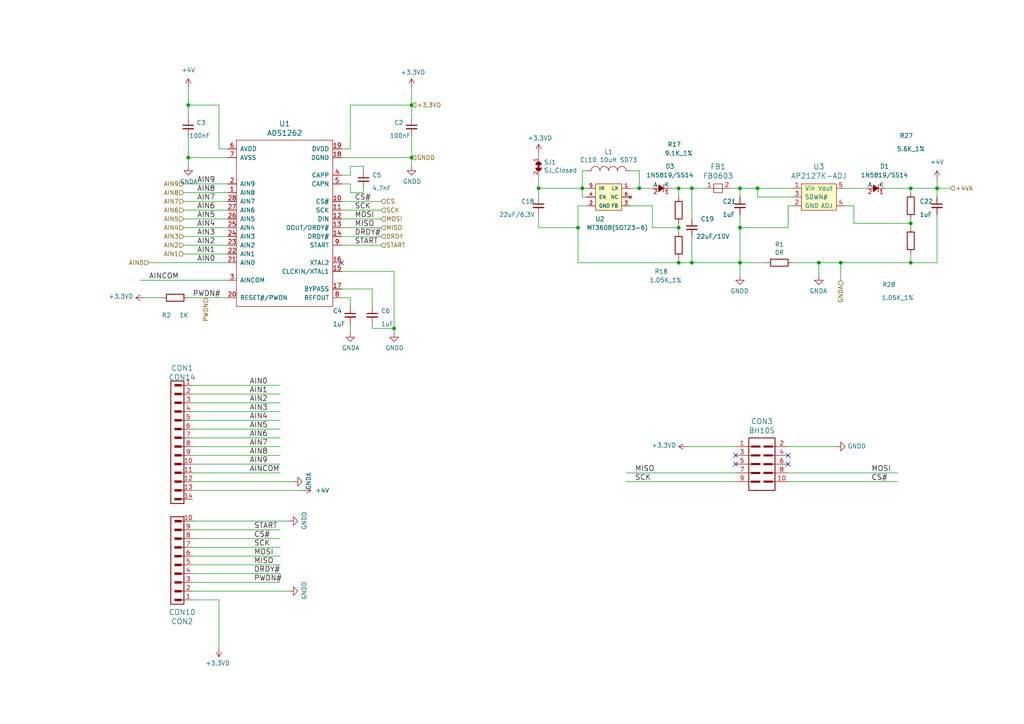
<source format=kicad_sch>
(kicad_sch (version 20211123) (generator eeschema)
  (paper "A4")
  (lib_symbols
    (symbol "BB-ADS1262-Rev.A:+3.3VD" (power) (pin_names (offset 0))
      (property "Value" "+3.3VD" (at 0 3.556 0))
      (symbol "+3.3VD_0_1"
        (polyline (pts (xy -0.762 1.27) (xy 0 2.54)))
        (polyline (pts (xy 0 0) (xy 0 2.54)))
        (polyline (pts (xy 0 2.54) (xy 0.762 1.27)))
      )
      (symbol "+3.3VD_1_1"
        (pin power_in line (at 0 0 90) (length 0) hide (name "+3.3VD") (number "1"))
      )
    )
    (symbol "BB-ADS1262-Rev.A:ADS1262" (pin_names (offset 1.016))
      (property "Reference" "U" (at -1.27 25.4 0))
      (property "Value" "ADS1262" (at 0 -26.67 0))
      (symbol "ADS1262_0_1"
        (rectangle (start -13.97 24.13) (end 13.97 -24.13))
      )
      (symbol "ADS1262_1_1"
        (pin bidirectional line (at -16.51 8.89 0) (length 2.54) (name "AIN8") (number "1"))
        (pin input line (at 16.51 6.35 180) (length 2.54) (name "CS#") (number "10"))
        (pin input line (at 16.51 3.81 180) (length 2.54) (name "SCK") (number "11"))
        (pin input line (at 16.51 1.27 180) (length 2.54) (name "DIN") (number "12"))
        (pin output line (at 16.51 -1.27 180) (length 2.54) (name "DOUT/DRDY#") (number "13"))
        (pin output line (at 16.51 -3.81 180) (length 2.54) (name "DRDY#") (number "14"))
        (pin input line (at 16.51 -13.97 180) (length 2.54) (name "CLCKIN/XTAL1") (number "15"))
        (pin output line (at 16.51 -11.43 180) (length 2.54) (name "XTAL2") (number "16"))
        (pin bidirectional line (at 16.51 -19.05 180) (length 2.54) (name "BYPASS") (number "17"))
        (pin power_in line (at 16.51 19.05 180) (length 2.54) (name "DGND") (number "18"))
        (pin power_in line (at 16.51 21.59 180) (length 2.54) (name "DVDD") (number "19"))
        (pin bidirectional line (at -16.51 11.43 0) (length 2.54) (name "AIN9") (number "2"))
        (pin input line (at -16.51 -21.59 0) (length 2.54) (name "RESET#/PWDN") (number "20"))
        (pin bidirectional line (at -16.51 -11.43 0) (length 2.54) (name "AIN0") (number "21"))
        (pin bidirectional line (at -16.51 -8.89 0) (length 2.54) (name "AIN1") (number "22"))
        (pin bidirectional line (at -16.51 -6.35 0) (length 2.54) (name "AIN2") (number "23"))
        (pin bidirectional line (at -16.51 -3.81 0) (length 2.54) (name "AIN3") (number "24"))
        (pin bidirectional line (at -16.51 -1.27 0) (length 2.54) (name "AIN4") (number "25"))
        (pin bidirectional line (at -16.51 1.27 0) (length 2.54) (name "AIN5") (number "26"))
        (pin bidirectional line (at -16.51 3.81 0) (length 2.54) (name "AIN6") (number "27"))
        (pin bidirectional line (at -16.51 6.35 0) (length 2.54) (name "AIN7") (number "28"))
        (pin bidirectional line (at -16.51 -16.51 0) (length 2.54) (name "AINCOM") (number "3"))
        (pin bidirectional line (at 16.51 13.97 180) (length 2.54) (name "CAPP") (number "4"))
        (pin bidirectional line (at 16.51 11.43 180) (length 2.54) (name "CAPN") (number "5"))
        (pin power_in line (at -16.51 21.59 0) (length 2.54) (name "AVDD") (number "6"))
        (pin power_in line (at -16.51 19.05 0) (length 2.54) (name "AVSS") (number "7"))
        (pin power_out line (at 16.51 -21.59 180) (length 2.54) (name "REFOUT") (number "8"))
        (pin input line (at 16.51 -6.35 180) (length 2.54) (name "START") (number "9"))
      )
    )
    (symbol "BB-ADS1262-Rev.A:AP2127K-ADJ" (pin_names (offset 1.016))
      (property "Reference" "U" (at -1.27 3.81 0))
      (property "Value" "AP2127K-ADJ" (at 0 -6.35 0))
      (symbol "AP2127K-ADJ_0_1"
        (rectangle (start -5.08 2.54) (end 5.08 -5.08) (fill (type background)))
      )
      (symbol "AP2127K-ADJ_1_1"
        (pin power_in line (at -7.62 1.27 0) (length 2.54) (name "Vin") (number "1"))
        (pin power_in line (at -7.62 -3.81 0) (length 2.54) (name "GND") (number "2"))
        (pin input line (at -7.62 -1.27 0) (length 2.54) (name "SDWN#") (number "3"))
        (pin input line (at 7.62 -3.81 180) (length 2.54) (name "ADJ") (number "4"))
        (pin power_out line (at 7.62 1.27 180) (length 2.54) (name "Vout") (number "5"))
      )
    )
    (symbol "BB-ADS1262-Rev.A:BH10S" (pin_names (offset 1.016) hide)
      (property "Reference" "CON" (at 0.0508 8.9154 0))
      (property "Value" "BH10S" (at 0.3048 -9.4234 0))
      (symbol "BH10S_0_0"
        (rectangle (start -3.1242 -4.8514) (end -0.5588 -5.3086))
        (rectangle (start -3.1242 -2.3368) (end -0.5588 -2.794))
        (rectangle (start -3.0988 0.254) (end -0.5334 -0.2032))
        (rectangle (start -3.0734 2.7686) (end -0.508 2.3114))
        (rectangle (start -3.048 5.334) (end -0.4826 4.8768))
        (polyline (pts (xy -3.0226 -5.0038) (xy -0.5842 -5.0038) (xy -0.5842 -5.2324) (xy -2.9972 -5.2578) (xy -3.0226 -5.08) (xy -0.7112 -5.08) (xy -0.7112 -5.1562) (xy -2.9972 -5.1054)))
        (polyline (pts (xy -3.0226 0.1016) (xy -0.5842 0.1016) (xy -0.5842 -0.127) (xy -2.9972 -0.1524) (xy -3.0226 0.0254) (xy -0.7112 0.0254) (xy -0.7112 -0.0508) (xy -2.9972 0)))
        (polyline (pts (xy -2.9972 -2.4638) (xy -0.5588 -2.4638) (xy -0.5588 -2.6924) (xy -2.9718 -2.7178) (xy -2.9972 -2.54) (xy -0.6858 -2.54) (xy -0.6858 -2.6162) (xy -2.9718 -2.5654)))
        (polyline (pts (xy -2.9718 2.667) (xy -0.5334 2.667) (xy -0.5334 2.4384) (xy -2.9464 2.413) (xy -2.9718 2.5908) (xy -0.6604 2.5908) (xy -0.6604 2.5146) (xy -2.9464 2.5654)))
        (polyline (pts (xy -2.9464 5.2324) (xy -0.508 5.2324) (xy -0.508 5.0038) (xy -2.921 4.9784) (xy -2.9464 5.1562) (xy -0.635 5.1562) (xy -0.635 5.08) (xy -2.921 5.1308)))
        (polyline (pts (xy 0.5588 0.1016) (xy 2.9972 0.1016) (xy 2.9972 -0.127) (xy 0.5842 -0.1524) (xy 0.5588 0.0254) (xy 2.8702 0.0254) (xy 2.8702 -0.0508) (xy 0.5842 0)))
        (polyline (pts (xy 0.5842 -2.4384) (xy 3.0226 -2.4384) (xy 3.0226 -2.667) (xy 0.6096 -2.6924) (xy 0.5842 -2.5146) (xy 2.8956 -2.5146) (xy 2.8956 -2.5908) (xy 0.6096 -2.54)))
        (polyline (pts (xy 0.5842 2.667) (xy 3.0226 2.667) (xy 3.0226 2.4384) (xy 0.6096 2.413) (xy 0.5842 2.5908) (xy 2.8956 2.5908) (xy 2.8956 2.5146) (xy 0.6096 2.5654)))
        (polyline (pts (xy 0.635 -4.953) (xy 3.0734 -4.953) (xy 3.0734 -5.1816) (xy 0.6604 -5.207) (xy 0.635 -5.0292) (xy 2.9464 -5.0292) (xy 2.9464 -5.1054) (xy 0.6604 -5.0546)))
        (polyline (pts (xy 0.6858 5.2324) (xy 3.1242 5.2324) (xy 3.1242 5.0038) (xy 0.7112 4.9784) (xy 0.6858 5.1562) (xy 2.9972 5.1562) (xy 2.9972 5.08) (xy 0.7112 5.1308)))
        (rectangle (start 0.508 -2.3114) (end 3.0734 -2.7686))
        (rectangle (start 0.508 0.2286) (end 3.0734 -0.2286))
        (rectangle (start 0.5334 2.7686) (end 3.0988 2.3114))
        (rectangle (start 0.5588 -4.8514) (end 3.1242 -5.3086))
        (rectangle (start 0.5588 5.334) (end 3.1242 4.8768))
      )
      (symbol "BH10S_0_1"
        (rectangle (start -3.81 7.62) (end 3.81 -7.62) (stroke (width 0.254)))
        (polyline (pts (xy -3.81 -5.08) (xy -3.048 -5.08)))
        (polyline (pts (xy -3.81 -2.54) (xy -3.048 -2.54)))
        (polyline (pts (xy -3.81 0) (xy -3.048 0)))
        (polyline (pts (xy -3.81 2.54) (xy -3.048 2.54)))
        (polyline (pts (xy -3.81 5.08) (xy -3.048 5.08)))
        (polyline (pts (xy 3.81 -5.08) (xy 3.048 -5.08)))
        (polyline (pts (xy 3.81 -2.54) (xy 3.048 -2.54)))
        (polyline (pts (xy 3.81 0) (xy 3.048 0)))
        (polyline (pts (xy 3.81 2.54) (xy 3.048 2.54)))
        (polyline (pts (xy 3.81 5.08) (xy 3.048 5.08)))
      )
      (symbol "BH10S_1_1"
        (pin passive line (at -7.62 5.08 0) (length 3.7084) (name "1") (number "1"))
        (pin passive line (at 7.62 -5.08 180) (length 3.7084) (name "10") (number "10"))
        (pin passive line (at 7.62 5.08 180) (length 3.7084) (name "2") (number "2"))
        (pin passive line (at -7.62 2.54 0) (length 3.7084) (name "3") (number "3"))
        (pin passive line (at 7.62 2.54 180) (length 3.7084) (name "4") (number "4"))
        (pin passive line (at -7.62 0 0) (length 3.7084) (name "5") (number "5"))
        (pin passive line (at 7.62 0 180) (length 3.7084) (name "6") (number "6"))
        (pin passive line (at -7.62 -2.54 0) (length 3.7084) (name "7") (number "7"))
        (pin passive line (at 7.62 -2.54 180) (length 3.7084) (name "8") (number "8"))
        (pin passive line (at -7.62 -5.08 0) (length 3.7084) (name "9") (number "9"))
      )
    )
    (symbol "BB-ADS1262-Rev.A:C" (pin_numbers hide) (pin_names (offset 0.254) hide)
      (property "Reference" "C" (at 0.254 1.778 0))
      (property "Value" "C" (at 0.254 -2.032 0))
      (symbol "C_0_1"
        (polyline (pts (xy -1.524 -0.508) (xy 1.524 -0.508)) (stroke (width 0.3302)))
        (polyline (pts (xy -1.524 0.508) (xy 1.524 0.508)) (stroke (width 0.3048)))
      )
      (symbol "C_1_1"
        (pin passive line (at 0 2.54 270) (length 1.905) (name "~") (number "1"))
        (pin passive line (at 0 -2.54 90) (length 2.032) (name "~") (number "2"))
      )
    )
    (symbol "BB-ADS1262-Rev.A:CON10" (pin_names (offset 1.016))
      (property "Reference" "CON" (at -1.27 12.7 0))
      (property "Value" "CON10" (at -1.27 -15.24 0))
      (symbol "CON10_0_0"
        (rectangle (start -2.6416 -12.8524) (end -0.8636 -12.4968))
        (rectangle (start -2.6416 -7.7724) (end -0.8636 -7.4168))
        (rectangle (start -2.6416 -5.2324) (end -0.8636 -4.8768))
        (rectangle (start -2.6416 -2.6924) (end -0.8636 -2.3368))
        (rectangle (start -2.6416 -0.1524) (end -0.8636 0.2032))
        (rectangle (start -2.6416 2.3876) (end -0.8636 2.7432))
        (rectangle (start -2.6416 4.9276) (end -0.8636 5.2832))
        (rectangle (start -2.6416 7.4676) (end -0.8636 7.8232))
        (rectangle (start -2.6162 -12.7508) (end -0.9652 -12.6492))
        (rectangle (start -2.6162 -10.3124) (end -0.8382 -9.9568))
        (rectangle (start -2.6162 -7.6708) (end -0.9652 -7.5692))
        (rectangle (start -2.6162 -5.1308) (end -0.9652 -5.0292))
        (rectangle (start -2.6162 -2.5908) (end -0.9652 -2.4892))
        (rectangle (start -2.6162 -0.0508) (end -0.9652 0.0508))
        (rectangle (start -2.6162 2.4892) (end -0.9652 2.5908))
        (rectangle (start -2.6162 5.0292) (end -0.9652 5.1308))
        (rectangle (start -2.6162 7.5692) (end -0.9652 7.6708))
        (rectangle (start -2.6162 10.0076) (end -0.8382 10.3632))
        (rectangle (start -2.5908 -10.1854) (end -0.9398 -10.0838))
        (rectangle (start -2.5908 10.1346) (end -0.9398 10.2362))
        (rectangle (start -0.9652 -12.573) (end -2.6416 -12.7762))
        (rectangle (start -0.9652 -7.493) (end -2.6416 -7.6962))
        (rectangle (start -0.9652 -4.953) (end -2.6416 -5.1562))
        (rectangle (start -0.9652 -2.413) (end -2.6416 -2.6162))
        (rectangle (start -0.9652 0.127) (end -2.6416 -0.0762))
        (rectangle (start -0.9652 2.667) (end -2.6416 2.4638))
        (rectangle (start -0.9652 5.207) (end -2.6416 5.0038))
        (rectangle (start -0.9652 7.747) (end -2.6416 7.5438))
        (rectangle (start -0.8636 -10.0584) (end -2.54 -10.2616))
        (rectangle (start -0.8636 10.2616) (end -2.54 10.0584))
        (rectangle (start -0.7366 -12.3952) (end -2.667 -12.954))
        (rectangle (start -0.7366 -9.8552) (end -2.667 -10.414))
        (rectangle (start -0.7366 -7.3152) (end -2.667 -7.874))
        (rectangle (start -0.7366 -4.7752) (end -2.667 -5.334))
        (rectangle (start -0.7366 -2.2352) (end -2.667 -2.794))
        (rectangle (start -0.7366 0.3048) (end -2.667 -0.254))
        (rectangle (start -0.7366 2.8448) (end -2.667 2.286))
        (rectangle (start -0.7366 5.3848) (end -2.667 4.826))
        (rectangle (start -0.7366 7.9248) (end -2.667 7.366))
        (rectangle (start -0.7366 10.4648) (end -2.667 9.906))
        (polyline (pts (xy 0 -12.7) (xy -0.762 -12.7)))
        (polyline (pts (xy 0 -10.16) (xy -0.762 -10.16)))
        (polyline (pts (xy 0 -7.62) (xy -0.762 -7.62)))
        (polyline (pts (xy 0 -5.08) (xy -0.762 -5.08)))
        (polyline (pts (xy 0 -2.54) (xy -0.762 -2.54)))
        (polyline (pts (xy 0 0) (xy -0.762 0)))
        (polyline (pts (xy 0 2.54) (xy -0.762 2.54)))
        (polyline (pts (xy 0 5.08) (xy -0.762 5.08)))
        (polyline (pts (xy 0 7.62) (xy -0.762 7.62)))
        (polyline (pts (xy 0 10.16) (xy -0.762 10.16)))
      )
      (symbol "CON10_0_1"
        (rectangle (start 0 11.43) (end -3.81 -13.97) (stroke (width 0.254)))
      )
      (symbol "CON10_1_1"
        (pin passive line (at 2.54 10.16 180) (length 2.54) (name "~") (number "1"))
        (pin passive line (at 2.54 -12.7 180) (length 2.54) (name "~") (number "10"))
        (pin passive line (at 2.54 7.62 180) (length 2.54) (name "~") (number "2"))
        (pin passive line (at 2.54 5.08 180) (length 2.54) (name "~") (number "3"))
        (pin passive line (at 2.54 2.54 180) (length 2.54) (name "~") (number "4"))
        (pin passive line (at 2.54 0 180) (length 2.54) (name "~") (number "5"))
        (pin passive line (at 2.54 -2.54 180) (length 2.54) (name "~") (number "6"))
        (pin passive line (at 2.54 -5.08 180) (length 2.54) (name "~") (number "7"))
        (pin passive line (at 2.54 -7.62 180) (length 2.54) (name "~") (number "8"))
        (pin passive line (at 2.54 -10.16 180) (length 2.54) (name "~") (number "9"))
      )
    )
    (symbol "BB-ADS1262-Rev.A:CON14" (pin_names (offset 1.016))
      (property "Reference" "CON" (at -1.27 19.05 0))
      (property "Value" "CON14" (at 0 -19.304 0))
      (symbol "CON14_0_0"
        (rectangle (start -2.6416 -16.6624) (end -0.8636 -16.3068))
        (rectangle (start -2.6416 -14.1224) (end -0.8636 -13.7668))
        (rectangle (start -2.6416 -11.5824) (end -0.8636 -11.2268))
        (rectangle (start -2.6416 -9.0424) (end -0.8636 -8.6868))
        (rectangle (start -2.6416 -6.5024) (end -0.8636 -6.1468))
        (rectangle (start -2.6416 -1.4224) (end -0.8636 -1.0668))
        (rectangle (start -2.6416 1.1176) (end -0.8636 1.4732))
        (rectangle (start -2.6416 3.6576) (end -0.8636 4.0132))
        (rectangle (start -2.6416 6.1976) (end -0.8636 6.5532))
        (rectangle (start -2.6416 8.7376) (end -0.8636 9.0932))
        (rectangle (start -2.6416 11.2776) (end -0.8636 11.6332))
        (rectangle (start -2.6416 13.8176) (end -0.8636 14.1732))
        (rectangle (start -2.6162 -16.5608) (end -0.9652 -16.4592))
        (rectangle (start -2.6162 -14.0208) (end -0.9652 -13.9192))
        (rectangle (start -2.6162 -11.4808) (end -0.9652 -11.3792))
        (rectangle (start -2.6162 -8.9408) (end -0.9652 -8.8392))
        (rectangle (start -2.6162 -6.4008) (end -0.9652 -6.2992))
        (rectangle (start -2.6162 -3.9624) (end -0.8382 -3.6068))
        (rectangle (start -2.6162 -1.3208) (end -0.9652 -1.2192))
        (rectangle (start -2.6162 1.2192) (end -0.9652 1.3208))
        (rectangle (start -2.6162 3.7592) (end -0.9652 3.8608))
        (rectangle (start -2.6162 6.2992) (end -0.9652 6.4008))
        (rectangle (start -2.6162 8.8392) (end -0.9652 8.9408))
        (rectangle (start -2.6162 11.3792) (end -0.9652 11.4808))
        (rectangle (start -2.6162 13.9192) (end -0.9652 14.0208))
        (rectangle (start -2.6162 16.3576) (end -0.8382 16.7132))
        (rectangle (start -2.5908 -3.8354) (end -0.9398 -3.7338))
        (rectangle (start -2.5908 16.4846) (end -0.9398 16.5862))
        (rectangle (start -0.9652 -16.383) (end -2.6416 -16.5862))
        (rectangle (start -0.9652 -13.843) (end -2.6416 -14.0462))
        (rectangle (start -0.9652 -11.303) (end -2.6416 -11.5062))
        (rectangle (start -0.9652 -8.763) (end -2.6416 -8.9662))
        (rectangle (start -0.9652 -6.223) (end -2.6416 -6.4262))
        (rectangle (start -0.9652 -1.143) (end -2.6416 -1.3462))
        (rectangle (start -0.9652 1.397) (end -2.6416 1.1938))
        (rectangle (start -0.9652 3.937) (end -2.6416 3.7338))
        (rectangle (start -0.9652 6.477) (end -2.6416 6.2738))
        (rectangle (start -0.9652 9.017) (end -2.6416 8.8138))
        (rectangle (start -0.9652 11.557) (end -2.6416 11.3538))
        (rectangle (start -0.9652 14.097) (end -2.6416 13.8938))
        (rectangle (start -0.8636 -3.7084) (end -2.54 -3.9116))
        (rectangle (start -0.8636 16.6116) (end -2.54 16.4084))
        (rectangle (start -0.7366 -16.2052) (end -2.667 -16.764))
        (rectangle (start -0.7366 -13.6652) (end -2.667 -14.224))
        (rectangle (start -0.7366 -11.1252) (end -2.667 -11.684))
        (rectangle (start -0.7366 -8.5852) (end -2.667 -9.144))
        (rectangle (start -0.7366 -6.0452) (end -2.667 -6.604))
        (rectangle (start -0.7366 -3.5052) (end -2.667 -4.064))
        (rectangle (start -0.7366 -0.9652) (end -2.667 -1.524))
        (rectangle (start -0.7366 1.5748) (end -2.667 1.016))
        (rectangle (start -0.7366 4.1148) (end -2.667 3.556))
        (rectangle (start -0.7366 6.6548) (end -2.667 6.096))
        (rectangle (start -0.7366 9.1948) (end -2.667 8.636))
        (rectangle (start -0.7366 11.7348) (end -2.667 11.176))
        (rectangle (start -0.7366 14.2748) (end -2.667 13.716))
        (rectangle (start -0.7366 16.8148) (end -2.667 16.256))
        (polyline (pts (xy 0 -16.51) (xy -0.762 -16.51)))
        (polyline (pts (xy 0 -13.97) (xy -0.762 -13.97)))
        (polyline (pts (xy 0 -11.43) (xy -0.762 -11.43)))
        (polyline (pts (xy 0 -8.89) (xy -0.762 -8.89)))
        (polyline (pts (xy 0 -6.35) (xy -0.762 -6.35)))
        (polyline (pts (xy 0 -3.81) (xy -0.762 -3.81)))
        (polyline (pts (xy 0 -1.27) (xy -0.762 -1.27)))
        (polyline (pts (xy 0 1.27) (xy -0.762 1.27)))
        (polyline (pts (xy 0 3.81) (xy -0.762 3.81)))
        (polyline (pts (xy 0 6.35) (xy -0.762 6.35)))
        (polyline (pts (xy 0 8.89) (xy -0.762 8.89)))
        (polyline (pts (xy 0 11.43) (xy -0.762 11.43)))
        (polyline (pts (xy 0 13.97) (xy -0.762 13.97)))
        (polyline (pts (xy 0 16.51) (xy -0.762 16.51)))
      )
      (symbol "CON14_0_1"
        (rectangle (start 0 17.78) (end -3.81 -17.78) (stroke (width 0.254)))
      )
      (symbol "CON14_1_1"
        (pin passive line (at 2.54 16.51 180) (length 2.54) (name "~") (number "1"))
        (pin passive line (at 2.54 -6.35 180) (length 2.54) (name "~") (number "10"))
        (pin passive line (at 2.54 -8.89 180) (length 2.54) (name "~") (number "11"))
        (pin passive line (at 2.54 -11.43 180) (length 2.54) (name "~") (number "12"))
        (pin passive line (at 2.54 -13.97 180) (length 2.54) (name "~") (number "13"))
        (pin passive line (at 2.54 -16.51 180) (length 2.54) (name "~") (number "14"))
        (pin passive line (at 2.54 13.97 180) (length 2.54) (name "~") (number "2"))
        (pin passive line (at 2.54 11.43 180) (length 2.54) (name "~") (number "3"))
        (pin passive line (at 2.54 8.89 180) (length 2.54) (name "~") (number "4"))
        (pin passive line (at 2.54 6.35 180) (length 2.54) (name "~") (number "5"))
        (pin passive line (at 2.54 3.81 180) (length 2.54) (name "~") (number "6"))
        (pin passive line (at 2.54 1.27 180) (length 2.54) (name "~") (number "7"))
        (pin passive line (at 2.54 -1.27 180) (length 2.54) (name "~") (number "8"))
        (pin passive line (at 2.54 -3.81 180) (length 2.54) (name "~") (number "9"))
      )
    )
    (symbol "BB-ADS1262-Rev.A:D_Schottky_Small" (pin_names (offset 0))
      (property "Reference" "D" (at -1.27 3.175 0))
      (property "Value" "D_Schottky_Small" (at -7.62 -3.175 0))
      (symbol "D_Schottky_Small_0_1"
        (polyline (pts (xy -0.762 -1.016) (xy -1.016 -1.016)))
        (polyline (pts (xy -0.762 -1.016) (xy -0.762 1.016)))
        (polyline (pts (xy -0.762 1.016) (xy -0.762 1.016)))
        (polyline (pts (xy -0.762 1.016) (xy -0.508 1.016)))
        (polyline (pts (xy 0.762 -1.016) (xy -0.762 0) (xy 0.762 1.016) (xy 0.762 -1.016)) (fill (type outline)))
      )
      (symbol "D_Schottky_Small_1_1"
        (pin passive line (at -2.54 0 0) (length 1.778) (name "K") (number "1"))
        (pin passive line (at 2.54 0 180) (length 1.778) (name "A") (number "2"))
      )
    )
    (symbol "BB-ADS1262-Rev.A:FB0805" (pin_names (offset 1.016))
      (property "Reference" "FB" (at 0 2.54 0))
      (property "Value" "FB0805" (at 0 -2.54 0))
      (symbol "FB0805_0_1"
        (rectangle (start -1.27 1.27) (end 1.27 -1.27))
        (polyline (pts (xy -1.27 0) (xy 1.27 0)))
      )
      (symbol "FB0805_1_1"
        (pin power_in line (at -3.81 0 0) (length 2.54) (name "~") (number "1"))
        (pin power_out line (at 3.81 0 180) (length 2.54) (name "~") (number "2"))
      )
    )
    (symbol "BB-ADS1262-Rev.A:GNDA" (power) (pin_names (offset 0))
      (property "Value" "GNDA" (at 0 -3.81 0))
      (symbol "GNDA_0_1"
        (polyline (pts (xy 0 0) (xy 0 -1.27) (xy 1.27 -1.27) (xy 0 -2.54) (xy -1.27 -1.27) (xy 0 -1.27)))
      )
      (symbol "GNDA_1_1"
        (pin power_in line (at 0 0 270) (length 0) hide (name "GNDA") (number "1"))
      )
    )
    (symbol "BB-ADS1262-Rev.A:GNDD" (power) (pin_names (offset 0))
      (property "Value" "GNDD" (at 0 -3.81 0))
      (symbol "GNDD_0_1"
        (polyline (pts (xy 0 0) (xy 0 -1.27) (xy 1.27 -1.27) (xy 0 -2.54) (xy -1.27 -1.27) (xy 0 -1.27)))
      )
      (symbol "GNDD_1_1"
        (pin power_in line (at 0 0 270) (length 0) hide (name "GNDD") (number "1"))
      )
    )
    (symbol "BB-ADS1262-Rev.A:INDUCTOR_SMALL" (pin_numbers hide) (pin_names (offset 0) hide)
      (property "Reference" "L" (at 0 2.54 0))
      (property "Value" "INDUCTOR_SMALL" (at 0 -1.27 0))
      (symbol "INDUCTOR_SMALL_0_1"
        (arc (start -2.54 0) (mid -3.81 1.27) (end -5.08 0))
        (arc (start 0 0) (mid -1.27 1.27) (end -2.54 0))
        (arc (start 2.54 0) (mid 1.27 1.27) (end 0 0))
        (arc (start 5.08 0) (mid 3.81 1.27) (end 2.54 0))
      )
      (symbol "INDUCTOR_SMALL_1_1"
        (pin input line (at -6.35 0 0) (length 1.27) (name "1") (number "1"))
        (pin input line (at 6.35 0 180) (length 1.27) (name "2") (number "2"))
      )
    )
    (symbol "BB-ADS1262-Rev.A:MT3608(SOT23-6)" (pin_names (offset 1.016))
      (property "Reference" "U" (at -1.905 4.445 0))
      (property "Value" "MT3608(SOT23-6)" (at -6.985 -5.715 0))
      (symbol "MT3608(SOT23-6)_1_0"
        (rectangle (start -2.54 3.81) (end 5.08 -3.81) (fill (type background)))
      )
      (symbol "MT3608(SOT23-6)_1_1"
        (pin output line (at 7.62 2.54 180) (length 2.4892) (name "LX") (number "1"))
        (pin power_in line (at -5.08 -2.54 0) (length 2.4892) (name "GND") (number "2"))
        (pin input line (at 7.62 -2.54 180) (length 2.4892) (name "FB") (number "3"))
        (pin input line (at -5.08 0 0) (length 2.4892) (name "EN") (number "4"))
        (pin input line (at -5.08 2.54 0) (length 2.4892) (name "IN") (number "5"))
        (pin no_connect line (at 7.62 0 180) (length 2.4892) (name "NC") (number "6"))
      )
    )
    (symbol "BB-ADS1262-Rev.A:R" (pin_numbers hide) (pin_names (offset 0))
      (property "Reference" "R" (at 0 2.032 0))
      (property "Value" "R" (at 0 0 0))
      (symbol "R_0_1"
        (rectangle (start 2.54 -1.016) (end -2.54 1.016) (stroke (width 0.254)))
      )
      (symbol "R_1_1"
        (pin passive line (at -3.81 0 0) (length 1.27) (name "~") (number "1"))
        (pin passive line (at 3.81 0 180) (length 1.27) (name "~") (number "2"))
      )
    )
    (symbol "BB-ADS1262-Rev.A:SJ_Closed" (pin_names (offset 1.016) hide)
      (property "Reference" "SJ" (at -1.27 1.905 0))
      (property "Value" "SJ_Closed" (at -5.08 -2.54 0))
      (symbol "SJ_Closed_0_1"
        (arc (start -0.508 0.762) (mid -1.27 0) (end -0.508 -0.762) (stroke (width 0.254)))
        (polyline (pts (xy -1.143 0.381) (xy -1.143 -0.254)) (stroke (width 0.254)))
        (polyline (pts (xy -1.016 0.508) (xy -1.016 -0.508)) (stroke (width 0.254)))
        (polyline (pts (xy -0.889 0.508) (xy -0.889 -0.508)) (stroke (width 0.254)))
        (polyline (pts (xy -0.762 0.635) (xy -0.762 -0.635)) (stroke (width 0.254)))
        (polyline (pts (xy -0.635 0) (xy 0.635 0)) (stroke (width 0.508)))
        (polyline (pts (xy -0.635 0.762) (xy -0.635 -0.635)) (stroke (width 0.254)))
        (polyline (pts (xy -0.508 0.762) (xy -0.508 -0.762)) (stroke (width 0.254)))
        (polyline (pts (xy 0.508 0.762) (xy 0.508 -0.762)) (stroke (width 0.254)))
        (polyline (pts (xy 0.635 0.762) (xy 0.635 -0.635)) (stroke (width 0.254)))
        (polyline (pts (xy 0.762 0.635) (xy 0.762 -0.635)) (stroke (width 0.254)))
        (polyline (pts (xy 0.889 0.508) (xy 0.889 -0.508)) (stroke (width 0.254)))
        (polyline (pts (xy 1.016 0.508) (xy 1.016 -0.381)) (stroke (width 0.254)))
        (polyline (pts (xy 1.143 0.381) (xy 1.143 -0.381)) (stroke (width 0.254)))
        (arc (start 0.508 -0.762) (mid 1.0468 -0.5388) (end 1.27 0) (stroke (width 0.254)))
        (arc (start 1.27 0) (mid 1.0468 0.5388) (end 0.508 0.762) (stroke (width 0.254)))
      )
      (symbol "SJ_Closed_1_1"
        (pin passive line (at -2.54 0 0) (length 1.27) (name "1") (number "1"))
        (pin passive line (at 2.54 0 180) (length 1.27) (name "2") (number "2"))
      )
    )
    (symbol "power:+4VA" (power) (pin_names (offset 0))
      (property "Value" "+4VA" (at 0 3.556 0))
      (symbol "+4VA_0_1"
        (polyline (pts (xy -0.762 1.27) (xy 0 2.54)))
        (polyline (pts (xy 0 0) (xy 0 2.54)))
        (polyline (pts (xy 0 2.54) (xy 0.762 1.27)))
      )
      (symbol "+4VA_1_1"
        (pin power_in line (at 0 0 90) (length 0) hide (name "+4V") (number "1"))
      )
    )
  )
  (junction (at 185.42 54.61))
  (junction (at 214.63 54.61))
  (junction (at 264.16 64.77))
  (junction (at 214.63 76.2))
  (junction (at 168.91 54.61))
  (junction (at 54.61 30.48))
  (junction (at 219.71 54.61))
  (junction (at 156.21 54.61))
  (junction (at 237.49 76.2))
  (junction (at 196.85 66.04))
  (junction (at 54.61 45.72))
  (junction (at 264.16 54.61))
  (junction (at 114.3 95.25))
  (junction (at 167.64 66.04))
  (junction (at 200.66 54.61))
  (junction (at 119.38 30.48))
  (junction (at 196.85 54.61))
  (junction (at 271.78 54.61))
  (junction (at 196.85 76.2))
  (junction (at 243.84 76.2))
  (junction (at 264.16 76.2))
  (junction (at 214.63 66.04))
  (junction (at 200.66 76.2))
  (junction (at 119.38 45.72))
  (no_connect (at 213.36 132.08))
  (no_connect (at 99.06 76.2))
  (no_connect (at 213.36 134.62))
  (no_connect (at 228.6 132.08))
  (no_connect (at 228.6 134.62))
  (wire (pts (xy 99.06 83.82) (xy 107.95 83.82)))
  (wire (pts (xy 55.88 156.21) (xy 81.28 156.21)))
  (wire (pts (xy 55.88 137.16) (xy 81.28 137.16)))
  (wire (pts (xy 214.63 66.04) (xy 214.63 76.2)))
  (wire (pts (xy 55.88 151.13) (xy 83.82 151.13)))
  (wire (pts (xy 185.42 54.61) (xy 189.23 54.61)))
  (wire (pts (xy 264.16 55.88) (xy 264.16 54.61)))
  (wire (pts (xy 228.6 129.54) (xy 242.57 129.54)))
  (wire (pts (xy 63.5 43.18) (xy 63.5 30.48)))
  (wire (pts (xy 99.06 78.74) (xy 114.3 78.74)))
  (wire (pts (xy 99.06 58.42) (xy 110.49 58.42)))
  (wire (pts (xy 114.3 78.74) (xy 114.3 95.25)))
  (wire (pts (xy 167.64 76.2) (xy 196.85 76.2)))
  (wire (pts (xy 247.65 64.77) (xy 264.16 64.77)))
  (wire (pts (xy 55.88 139.7) (xy 85.09 139.7)))
  (wire (pts (xy 264.16 64.77) (xy 264.16 66.04)))
  (wire (pts (xy 63.5 173.99) (xy 63.5 187.96)))
  (wire (pts (xy 55.88 121.92) (xy 81.28 121.92)))
  (wire (pts (xy 219.71 57.15) (xy 229.87 57.15)))
  (wire (pts (xy 55.88 134.62) (xy 81.28 134.62)))
  (wire (pts (xy 189.23 66.04) (xy 189.23 59.69)))
  (wire (pts (xy 170.18 59.69) (xy 167.64 59.69)))
  (wire (pts (xy 55.88 173.99) (xy 63.5 173.99)))
  (wire (pts (xy 247.65 59.69) (xy 247.65 64.77)))
  (wire (pts (xy 156.21 54.61) (xy 156.21 57.15)))
  (wire (pts (xy 156.21 50.8) (xy 156.21 54.61)))
  (wire (pts (xy 264.16 63.5) (xy 264.16 64.77)))
  (wire (pts (xy 168.91 54.61) (xy 168.91 57.15)))
  (wire (pts (xy 271.78 54.61) (xy 271.78 57.15)))
  (wire (pts (xy 55.88 171.45) (xy 83.82 171.45)))
  (wire (pts (xy 228.6 59.69) (xy 228.6 66.04)))
  (wire (pts (xy 107.95 95.25) (xy 114.3 95.25)))
  (wire (pts (xy 271.78 54.61) (xy 275.59 54.61)))
  (wire (pts (xy 53.34 71.12) (xy 66.04 71.12)))
  (wire (pts (xy 196.85 57.15) (xy 196.85 54.61)))
  (wire (pts (xy 55.88 132.08) (xy 81.28 132.08)))
  (wire (pts (xy 196.85 66.04) (xy 196.85 67.31)))
  (wire (pts (xy 119.38 30.48) (xy 119.38 34.29)))
  (wire (pts (xy 55.88 124.46) (xy 81.28 124.46)))
  (wire (pts (xy 101.6 43.18) (xy 101.6 30.48)))
  (wire (pts (xy 105.41 48.26) (xy 105.41 49.53)))
  (wire (pts (xy 114.3 95.25) (xy 114.3 96.52)))
  (wire (pts (xy 105.41 55.88) (xy 101.6 55.88)))
  (wire (pts (xy 200.66 68.58) (xy 200.66 76.2)))
  (wire (pts (xy 55.88 114.3) (xy 81.28 114.3)))
  (wire (pts (xy 99.06 68.58) (xy 110.49 68.58)))
  (wire (pts (xy 237.49 76.2) (xy 237.49 80.01)))
  (wire (pts (xy 156.21 66.04) (xy 167.64 66.04)))
  (wire (pts (xy 55.88 111.76) (xy 81.28 111.76)))
  (wire (pts (xy 237.49 76.2) (xy 243.84 76.2)))
  (wire (pts (xy 99.06 60.96) (xy 110.49 60.96)))
  (wire (pts (xy 53.34 53.34) (xy 66.04 53.34)))
  (wire (pts (xy 200.66 54.61) (xy 200.66 63.5)))
  (wire (pts (xy 119.38 25.4) (xy 119.38 30.48)))
  (wire (pts (xy 168.91 57.15) (xy 170.18 57.15)))
  (wire (pts (xy 229.87 76.2) (xy 237.49 76.2)))
  (wire (pts (xy 55.88 161.29) (xy 81.28 161.29)))
  (wire (pts (xy 55.88 142.24) (xy 87.63 142.24)))
  (wire (pts (xy 101.6 93.98) (xy 101.6 96.52)))
  (wire (pts (xy 156.21 62.23) (xy 156.21 66.04)))
  (wire (pts (xy 119.38 39.37) (xy 119.38 45.72)))
  (wire (pts (xy 107.95 83.82) (xy 107.95 88.9)))
  (wire (pts (xy 194.31 54.61) (xy 196.85 54.61)))
  (wire (pts (xy 55.88 158.75) (xy 81.28 158.75)))
  (wire (pts (xy 43.18 76.2) (xy 66.04 76.2)))
  (wire (pts (xy 271.78 62.23) (xy 271.78 76.2)))
  (wire (pts (xy 54.61 45.72) (xy 54.61 48.26)))
  (wire (pts (xy 55.88 168.91) (xy 81.28 168.91)))
  (wire (pts (xy 53.34 66.04) (xy 66.04 66.04)))
  (wire (pts (xy 101.6 48.26) (xy 101.6 50.8)))
  (wire (pts (xy 182.88 54.61) (xy 185.42 54.61)))
  (wire (pts (xy 271.78 52.07) (xy 271.78 54.61)))
  (wire (pts (xy 189.23 59.69) (xy 182.88 59.69)))
  (wire (pts (xy 181.61 137.16) (xy 213.36 137.16)))
  (wire (pts (xy 264.16 54.61) (xy 271.78 54.61)))
  (wire (pts (xy 55.88 163.83) (xy 81.28 163.83)))
  (wire (pts (xy 214.63 54.61) (xy 219.71 54.61)))
  (wire (pts (xy 101.6 86.36) (xy 101.6 88.9)))
  (wire (pts (xy 168.91 54.61) (xy 170.18 54.61)))
  (wire (pts (xy 264.16 76.2) (xy 271.78 76.2)))
  (wire (pts (xy 53.34 63.5) (xy 66.04 63.5)))
  (wire (pts (xy 196.85 66.04) (xy 189.23 66.04)))
  (wire (pts (xy 264.16 73.66) (xy 264.16 76.2)))
  (wire (pts (xy 181.61 139.7) (xy 213.36 139.7)))
  (wire (pts (xy 214.63 76.2) (xy 214.63 80.01)))
  (wire (pts (xy 55.88 119.38) (xy 81.28 119.38)))
  (wire (pts (xy 53.34 73.66) (xy 66.04 73.66)))
  (wire (pts (xy 168.91 49.53) (xy 168.91 54.61)))
  (wire (pts (xy 156.21 54.61) (xy 168.91 54.61)))
  (wire (pts (xy 107.95 95.25) (xy 107.95 93.98)))
  (wire (pts (xy 54.61 86.36) (xy 66.04 86.36)))
  (wire (pts (xy 167.64 66.04) (xy 167.64 76.2)))
  (wire (pts (xy 53.34 58.42) (xy 66.04 58.42)))
  (wire (pts (xy 219.71 54.61) (xy 229.87 54.61)))
  (wire (pts (xy 243.84 81.28) (xy 243.84 76.2)))
  (wire (pts (xy 101.6 48.26) (xy 105.41 48.26)))
  (wire (pts (xy 196.85 76.2) (xy 200.66 76.2)))
  (wire (pts (xy 196.85 54.61) (xy 200.66 54.61)))
  (wire (pts (xy 228.6 66.04) (xy 214.63 66.04)))
  (wire (pts (xy 119.38 45.72) (xy 119.38 48.26)))
  (wire (pts (xy 53.34 68.58) (xy 66.04 68.58)))
  (wire (pts (xy 170.18 49.53) (xy 168.91 49.53)))
  (wire (pts (xy 200.66 54.61) (xy 204.47 54.61)))
  (wire (pts (xy 101.6 55.88) (xy 101.6 53.34)))
  (wire (pts (xy 53.34 60.96) (xy 66.04 60.96)))
  (wire (pts (xy 219.71 57.15) (xy 219.71 54.61)))
  (wire (pts (xy 200.66 76.2) (xy 214.63 76.2)))
  (wire (pts (xy 196.85 64.77) (xy 196.85 66.04)))
  (wire (pts (xy 105.41 54.61) (xy 105.41 55.88)))
  (wire (pts (xy 55.88 127) (xy 81.28 127)))
  (wire (pts (xy 199.39 129.54) (xy 213.36 129.54)))
  (wire (pts (xy 101.6 30.48) (xy 119.38 30.48)))
  (wire (pts (xy 54.61 30.48) (xy 54.61 34.29)))
  (wire (pts (xy 99.06 43.18) (xy 101.6 43.18)))
  (wire (pts (xy 99.06 50.8) (xy 101.6 50.8)))
  (wire (pts (xy 228.6 139.7) (xy 260.35 139.7)))
  (wire (pts (xy 53.34 55.88) (xy 66.04 55.88)))
  (wire (pts (xy 66.04 43.18) (xy 63.5 43.18)))
  (wire (pts (xy 156.21 45.72) (xy 156.21 44.45)))
  (wire (pts (xy 185.42 49.53) (xy 185.42 54.61)))
  (wire (pts (xy 229.87 59.69) (xy 228.6 59.69)))
  (wire (pts (xy 212.09 54.61) (xy 214.63 54.61)))
  (wire (pts (xy 55.88 166.37) (xy 81.28 166.37)))
  (wire (pts (xy 99.06 71.12) (xy 110.49 71.12)))
  (wire (pts (xy 214.63 54.61) (xy 214.63 57.15)))
  (wire (pts (xy 55.88 153.67) (xy 81.28 153.67)))
  (wire (pts (xy 256.54 54.61) (xy 264.16 54.61)))
  (wire (pts (xy 101.6 53.34) (xy 99.06 53.34)))
  (wire (pts (xy 167.64 59.69) (xy 167.64 66.04)))
  (wire (pts (xy 214.63 76.2) (xy 222.25 76.2)))
  (wire (pts (xy 55.88 129.54) (xy 81.28 129.54)))
  (wire (pts (xy 99.06 63.5) (xy 110.49 63.5)))
  (wire (pts (xy 63.5 30.48) (xy 54.61 30.48)))
  (wire (pts (xy 54.61 45.72) (xy 66.04 45.72)))
  (wire (pts (xy 196.85 76.2) (xy 196.85 74.93)))
  (wire (pts (xy 245.11 59.69) (xy 247.65 59.69)))
  (wire (pts (xy 41.91 86.36) (xy 46.99 86.36)))
  (wire (pts (xy 99.06 66.04) (xy 110.49 66.04)))
  (wire (pts (xy 228.6 137.16) (xy 260.35 137.16)))
  (wire (pts (xy 40.64 81.28) (xy 66.04 81.28)))
  (wire (pts (xy 99.06 45.72) (xy 119.38 45.72)))
  (wire (pts (xy 54.61 39.37) (xy 54.61 45.72)))
  (wire (pts (xy 182.88 49.53) (xy 185.42 49.53)))
  (wire (pts (xy 55.88 116.84) (xy 81.28 116.84)))
  (wire (pts (xy 214.63 62.23) (xy 214.63 66.04)))
  (wire (pts (xy 99.06 86.36) (xy 101.6 86.36)))
  (wire (pts (xy 54.61 25.4) (xy 54.61 30.48)))
  (wire (pts (xy 251.46 54.61) (xy 245.11 54.61)))
  (wire (pts (xy 243.84 76.2) (xy 264.16 76.2)))
  (label "START" (at 102.87 71.12 0) (effects (font (size 1.524 1.524))))
  (label "AIN7" (at 57.15 58.42 0) (effects (font (size 1.524 1.524))))
  (label "AIN5" (at 57.15 63.5 0) (effects (font (size 1.524 1.524))))
  (label "AIN6" (at 57.15 60.96 0) (effects (font (size 1.524 1.524))))
  (label "MOSI" (at 73.66 161.29 0) (effects (font (size 1.524 1.524))))
  (label "AIN6" (at 72.39 127 0) (effects (font (size 1.524 1.524))))
  (label "AIN3" (at 72.39 119.38 0) (effects (font (size 1.524 1.524))))
  (label "AIN4" (at 57.15 66.04 0) (effects (font (size 1.524 1.524))))
  (label "AIN9" (at 72.39 134.62 0) (effects (font (size 1.524 1.524))))
  (label "AIN3" (at 57.15 68.58 0) (effects (font (size 1.524 1.524))))
  (label "DRDY#" (at 102.87 68.58 0) (effects (font (size 1.524 1.524))))
  (label "PWDN#" (at 55.88 86.36 0) (effects (font (size 1.524 1.524))))
  (label "DRDY#" (at 73.66 166.37 0) (effects (font (size 1.524 1.524))))
  (label "SCK" (at 73.66 158.75 0) (effects (font (size 1.524 1.524))))
  (label "MOSI" (at 102.87 63.5 0) (effects (font (size 1.524 1.524))))
  (label "AIN8" (at 57.15 55.88 0) (effects (font (size 1.524 1.524))))
  (label "AIN0" (at 57.15 76.2 0) (effects (font (size 1.524 1.524))))
  (label "MOSI" (at 252.73 137.16 0) (effects (font (size 1.524 1.524))))
  (label "AIN7" (at 72.39 129.54 0) (effects (font (size 1.524 1.524))))
  (label "AIN1" (at 72.39 114.3 0) (effects (font (size 1.524 1.524))))
  (label "AINCOM" (at 43.18 81.28 0) (effects (font (size 1.524 1.524))))
  (label "CS#" (at 102.87 58.42 0) (effects (font (size 1.524 1.524))))
  (label "SCK" (at 184.15 139.7 0) (effects (font (size 1.524 1.524))))
  (label "START" (at 73.66 153.67 0) (effects (font (size 1.524 1.524))))
  (label "AIN5" (at 72.39 124.46 0) (effects (font (size 1.524 1.524))))
  (label "AIN4" (at 72.39 121.92 0) (effects (font (size 1.524 1.524))))
  (label "AIN8" (at 72.39 132.08 0) (effects (font (size 1.524 1.524))))
  (label "AIN0" (at 72.39 111.76 0) (effects (font (size 1.524 1.524))))
  (label "PWDN#" (at 73.66 168.91 0) (effects (font (size 1.524 1.524))))
  (label "MISO" (at 102.87 66.04 0) (effects (font (size 1.524 1.524))))
  (label "SCK" (at 102.87 60.96 0) (effects (font (size 1.524 1.524))))
  (label "AIN2" (at 57.15 71.12 0) (effects (font (size 1.524 1.524))))
  (label "MISO" (at 73.66 163.83 0) (effects (font (size 1.524 1.524))))
  (label "AIN2" (at 72.39 116.84 0) (effects (font (size 1.524 1.524))))
  (label "CS#" (at 73.66 156.21 0) (effects (font (size 1.524 1.524))))
  (label "AINCOM" (at 72.39 137.16 0) (effects (font (size 1.524 1.524))))
  (label "AIN9" (at 57.15 53.34 0) (effects (font (size 1.524 1.524))))
  (label "CS#" (at 252.73 139.7 0) (effects (font (size 1.524 1.524))))
  (label "MISO" (at 184.15 137.16 0) (effects (font (size 1.524 1.524))))
  (label "AIN1" (at 57.15 73.66 0) (effects (font (size 1.524 1.524))))
  (hierarchical_label "AIN4" (shape input) (at 53.34 66.04 180))
  (hierarchical_label "GNDD" (shape input) (at 119.38 45.72 0))
  (hierarchical_label "AIN2" (shape input) (at 53.34 71.12 180))
  (hierarchical_label "+4VA" (shape input) (at 275.59 54.61 0))
  (hierarchical_label "AIN6" (shape input) (at 53.34 60.96 180))
  (hierarchical_label "AIN3" (shape input) (at 53.34 68.58 180))
  (hierarchical_label "AIN7" (shape input) (at 53.34 58.42 180))
  (hierarchical_label "GNDA" (shape input) (at 243.84 81.28 270))
  (hierarchical_label "MOSI" (shape input) (at 110.49 63.5 0))
  (hierarchical_label "MISO" (shape input) (at 110.49 66.04 0))
  (hierarchical_label "AIN1" (shape input) (at 53.34 73.66 180))
  (hierarchical_label "SCK" (shape input) (at 110.49 60.96 0))
  (hierarchical_label "DRDY" (shape input) (at 110.49 68.58 0))
  (hierarchical_label "+3.3VD" (shape input) (at 119.38 30.48 0))
  (hierarchical_label "PWDN" (shape input) (at 59.69 86.36 270))
  (hierarchical_label "CS" (shape input) (at 110.49 58.42 0))
  (hierarchical_label "AIN8" (shape input) (at 53.34 55.88 180))
  (hierarchical_label "AIN5" (shape input) (at 53.34 63.5 180))
  (hierarchical_label "AIN0" (shape input) (at 43.18 76.2 180))
  (hierarchical_label "AIN9" (shape input) (at 53.34 53.34 180))
  (hierarchical_label "START" (shape input) (at 110.49 71.12 0))
  (symbol (lib_id "BB-ADS1262-Rev.A:GNDD") (at 83.82 151.13 90) (unit 1)
    (property "Reference" "#PWR03" (effects hide))
    (property "Value" "GNDD" (at 88.2142 151.003 0))
  )
  (symbol (lib_id "BB-ADS1262-Rev.A:+3.3VD") (at 63.5 187.96 180) (unit 1)
    (property "Reference" "#PWR02" (effects hide))
    (property "Value" "+3.3VD" (at 63.119 192.3542 0))
  )
  (symbol (lib_id "BB-ADS1262-Rev.A:GNDA") (at 85.09 139.7 90) (unit 1)
    (property "Reference" "#PWR01" (effects hide))
    (property "Value" "GNDA" (at 89.4842 139.573 0))
  )
  (symbol (lib_id "BB-ADS1262-Rev.A:R") (at 226.06 76.2 0) (mirror y) (unit 1)
    (property "Reference" "R1" (at 226.06 70.9422 0))
    (property "Value" "0R" (at 226.06 73.2536 0))
    (property "Footprint" "OLIMEX_RLC-FP:R_0603_5MIL_0R(Board_Mounted)" (effects hide))
  )
  (symbol (lib_id "BB-ADS1262-Rev.A:GNDA") (at 237.49 80.01 0) (mirror y) (unit 1)
    (property "Reference" "#PWR025" (effects hide))
    (property "Value" "GNDA" (at 237.363 84.4042 0))
  )
  (symbol (lib_id "BB-ADS1262-Rev.A:GNDD") (at 214.63 80.01 0) (mirror y) (unit 1)
    (property "Reference" "#PWR024" (effects hide))
    (property "Value" "GNDD" (at 214.503 84.4042 0))
  )
  (symbol (lib_id "BB-ADS1262-Rev.A:ADS1262") (at 82.55 64.77 0) (unit 1)
    (property "Reference" "U1" (at 82.55 35.8902 0) (effects (font (size 1.524 1.524))))
    (property "Value" "ADS1262" (at 82.55 38.5826 0) (effects (font (size 1.524 1.524))))
    (property "Footprint" "OLIMEX_IC-FP:TSSOP28-PW" (effects hide))
  )
  (symbol (lib_id "BB-ADS1262-Rev.A:GNDA") (at 101.6 96.52 0) (unit 1)
    (property "Reference" "#PWR012" (effects hide))
    (property "Value" "GNDA" (at 101.727 100.9142 0))
  )
  (symbol (lib_id "BB-ADS1262-Rev.A:C") (at 101.6 91.44 0) (unit 1)
    (property "Reference" "C4" (at 96.52 90.17 0) (effects (justify left)))
    (property "Value" "1uF" (at 96.52 93.98 0) (effects (justify left)))
    (property "Footprint" "OLIMEX_RLC-FP:C_0603_5MIL_DWS" (effects hide))
  )
  (symbol (lib_id "BB-ADS1262-Rev.A:C") (at 107.95 91.44 0) (unit 1)
    (property "Reference" "C6" (at 110.49 90.17 0) (effects (justify left)))
    (property "Value" "1uF" (at 110.49 93.98 0) (effects (justify left)))
    (property "Footprint" "OLIMEX_RLC-FP:C_0603_5MIL_DWS" (effects hide))
  )
  (symbol (lib_id "BB-ADS1262-Rev.A:C") (at 156.21 59.69 0) (unit 1)
    (property "Reference" "C18" (at 151.13 58.42 0) (effects (justify left)))
    (property "Value" "22uF/6.3V" (at 144.78 62.23 0) (effects (justify left)))
    (property "Footprint" "OLIMEX_RLC-FP:C_0603_5MIL_DWS" (effects hide))
  )
  (symbol (lib_id "BB-ADS1262-Rev.A:R") (at 50.8 86.36 0) (unit 1)
    (property "Reference" "R2" (at 48.26 91.44 0))
    (property "Value" "1K" (at 53.34 91.44 0))
    (property "Footprint" "OLIMEX_RLC-FP:R_0603_5MIL_DWS" (effects hide))
  )
  (symbol (lib_id "BB-ADS1262-Rev.A:+3.3VD") (at 41.91 86.36 90) (unit 1)
    (property "Reference" "#PWR05" (effects hide))
    (property "Value" "+3.3VD" (at 38.6588 85.979 90) (effects (justify left)))
  )
  (symbol (lib_id "BB-ADS1262-Rev.A:C") (at 105.41 52.07 0) (unit 1)
    (property "Reference" "C5" (at 107.95 50.8 0) (effects (justify left)))
    (property "Value" "4.7nF" (at 107.95 54.61 0) (effects (justify left)))
    (property "Footprint" "OLIMEX_RLC-FP:C_0603_5MIL_DWS" (effects hide))
  )
  (symbol (lib_id "BB-ADS1262-Rev.A:MT3608(SOT23-6)") (at 175.26 57.15 0) (unit 1)
    (property "Reference" "U2" (at 173.99 63.5 0))
    (property "Value" "MT3608(SOT23-6)" (at 179.07 66.04 0))
    (property "Footprint" "OLIMEX_Regulators-FP:SOT23-6" (effects hide))
  )
  (symbol (lib_id "BB-ADS1262-Rev.A:C") (at 119.38 36.83 0) (unit 1)
    (property "Reference" "C2" (at 114.3 35.56 0) (effects (justify left)))
    (property "Value" "100nF" (at 113.03 39.37 0) (effects (justify left)))
    (property "Footprint" "OLIMEX_RLC-FP:C_0603_5MIL_DWS" (effects hide))
  )
  (symbol (lib_id "BB-ADS1262-Rev.A:GNDD") (at 119.38 48.26 0) (unit 1)
    (property "Reference" "#PWR015" (effects hide))
    (property "Value" "GNDD" (at 119.507 52.6542 0))
  )
  (symbol (lib_id "BB-ADS1262-Rev.A:C") (at 54.61 36.83 0) (mirror y) (unit 1)
    (property "Reference" "C3" (at 59.69 35.56 0) (effects (justify left)))
    (property "Value" "100nF" (at 60.96 39.37 0) (effects (justify left)))
    (property "Footprint" "OLIMEX_RLC-FP:C_0603_5MIL_DWS" (effects hide))
  )
  (symbol (lib_id "BB-ADS1262-Rev.A:INDUCTOR_SMALL") (at 176.53 49.53 0) (unit 1)
    (property "Reference" "L1" (at 176.53 44.069 0))
    (property "Value" "CL10 10uH SD73" (at 176.53 46.3804 0))
    (property "Footprint" "OLIMEX_RLC-FP:SD73" (effects hide))
  )
  (symbol (lib_id "BB-ADS1262-Rev.A:GNDD") (at 114.3 96.52 0) (unit 1)
    (property "Reference" "#PWR013" (effects hide))
    (property "Value" "GNDD" (at 114.427 100.9142 0))
  )
  (symbol (lib_id "BB-ADS1262-Rev.A:BH10S") (at 220.98 134.62 0) (unit 1)
    (property "Reference" "CON3" (at 220.98 122.1994 0) (effects (font (size 1.524 1.524))))
    (property "Value" "BH10S" (at 220.98 124.8918 0) (effects (font (size 1.524 1.524))))
    (property "Footprint" "OLIMEX_Connectors-FP:UEXTF" (effects hide))
  )
  (symbol (lib_id "BB-ADS1262-Rev.A:D_Schottky_Small") (at 191.77 54.61 180) (unit 1)
    (property "Reference" "D3" (at 194.31 48.26 0))
    (property "Value" "1N5819/SS14" (at 194.31 50.8 0))
    (property "Footprint" "OLIMEX_Diodes-FP:SOD-123_KA" (effects hide))
  )
  (symbol (lib_id "BB-ADS1262-Rev.A:C") (at 200.66 66.04 0) (unit 1)
    (property "Reference" "C19" (at 203.2 63.5 0) (effects (justify left)))
    (property "Value" "22uF/10V" (at 201.93 68.58 0) (effects (justify left)))
    (property "Footprint" "OLIMEX_RLC-FP:C_0603_5MIL_DWS" (effects hide))
  )
  (symbol (lib_id "BB-ADS1262-Rev.A:+3.3VD") (at 199.39 129.54 90) (unit 1)
    (property "Reference" "#PWR021" (effects hide))
    (property "Value" "+3.3VD" (at 196.1388 129.159 90) (effects (justify left)))
  )
  (symbol (lib_id "BB-ADS1262-Rev.A:GNDD") (at 242.57 129.54 90) (unit 1)
    (property "Reference" "#PWR026" (effects hide))
    (property "Value" "GNDD" (at 245.8212 129.413 90) (effects (justify right)))
  )
  (symbol (lib_id "BB-ADS1262-Rev.A:R") (at 196.85 60.96 270) (unit 1)
    (property "Reference" "R17" (at 195.58 41.91 90))
    (property "Value" "9.1K_1%" (at 196.85 44.45 90))
    (property "Footprint" "OLIMEX_RLC-FP:R_0603_5MIL_DWS" (effects hide))
  )
  (symbol (lib_id "BB-ADS1262-Rev.A:R") (at 196.85 71.12 270) (unit 1)
    (property "Reference" "R18" (at 191.77 78.74 90))
    (property "Value" "1.05K_1%" (at 193.04 81.28 90))
    (property "Footprint" "OLIMEX_RLC-FP:R_0603_5MIL_DWS" (effects hide))
  )
  (symbol (lib_id "BB-ADS1262-Rev.A:GNDA") (at 54.61 48.26 0) (unit 1)
    (property "Reference" "#PWR011" (effects hide))
    (property "Value" "GNDA" (at 54.737 52.6542 0))
  )
  (symbol (lib_id "BB-ADS1262-Rev.A:FB0805") (at 208.28 54.61 0) (unit 1)
    (property "Reference" "FB1" (at 208.28 48.3362 0) (effects (font (size 1.524 1.524))))
    (property "Value" "FB0603" (at 208.28 51.0286 0) (effects (font (size 1.524 1.524))))
    (property "Footprint" "OLIMEX_RLC-FP:L_0603_5MIL_DWS" (effects hide))
  )
  (symbol (lib_id "BB-ADS1262-Rev.A:C") (at 214.63 59.69 0) (unit 1)
    (property "Reference" "C21" (at 209.55 58.42 0) (effects (justify left)))
    (property "Value" "1uF" (at 209.55 62.23 0) (effects (justify left)))
    (property "Footprint" "OLIMEX_RLC-FP:C_0603_5MIL_DWS" (effects hide))
  )
  (symbol (lib_id "BB-ADS1262-Rev.A:AP2127K-ADJ") (at 237.49 55.88 0) (unit 1)
    (property "Reference" "U3" (at 237.49 48.3362 0) (effects (font (size 1.524 1.524))))
    (property "Value" "AP2127K-ADJ" (at 237.49 51.0286 0) (effects (font (size 1.524 1.524))))
    (property "Footprint" "OLIMEX_Regulators-FP:SOT-23-5" (effects hide))
  )
  (symbol (lib_id "BB-ADS1262-Rev.A:C") (at 271.78 59.69 0) (unit 1)
    (property "Reference" "C22" (at 266.7 58.42 0) (effects (justify left)))
    (property "Value" "1uF" (at 266.7 62.23 0) (effects (justify left)))
    (property "Footprint" "OLIMEX_RLC-FP:C_0603_5MIL_DWS" (effects hide))
  )
  (symbol (lib_id "BB-ADS1262-Rev.A:R") (at 264.16 59.69 270) (unit 1)
    (property "Reference" "R27" (at 262.89 39.37 90))
    (property "Value" "5.6K_1%" (at 264.16 43.18 90))
    (property "Footprint" "OLIMEX_RLC-FP:R_0603_5MIL_DWS" (effects hide))
  )
  (symbol (lib_id "BB-ADS1262-Rev.A:R") (at 264.16 69.85 270) (unit 1)
    (property "Reference" "R28" (at 257.81 82.55 90))
    (property "Value" "1.05K_1%" (at 260.35 86.36 90))
    (property "Footprint" "OLIMEX_RLC-FP:R_0603_5MIL_DWS" (effects hide))
  )
  (symbol (lib_id "BB-ADS1262-Rev.A:+3.3VD") (at 156.21 44.45 0) (unit 1)
    (property "Reference" "#PWR04" (effects hide))
    (property "Value" "+3.3VD" (at 156.591 40.0558 0))
  )
  (symbol (lib_id "BB-ADS1262-Rev.A:D_Schottky_Small") (at 254 54.61 180) (unit 1)
    (property "Reference" "D1" (at 256.54 48.26 0))
    (property "Value" "1N5819/SS14" (at 256.54 50.8 0))
    (property "Footprint" "OLIMEX_Diodes-FP:SOD-123_KA" (effects hide))
  )
  (symbol (lib_id "BB-ADS1262-Rev.A:SJ_Closed") (at 156.21 48.26 270) (unit 1)
    (property "Reference" "SJ1" (at 157.7086 47.0916 90) (effects (justify left)))
    (property "Value" "SJ_Closed" (at 157.7086 49.403 90) (effects (justify left)))
    (property "Footprint" "OLIMEX_Jumpers-FP:SJ_Closed" (effects hide))
  )
  (symbol (lib_id "BB-ADS1262-Rev.A:CON10") (at 53.34 163.83 0) (mirror x) (unit 1)
    (property "Reference" "CON2" (at 52.832 180.2638 0) (effects (font (size 1.524 1.524))))
    (property "Value" "CON10" (at 52.832 177.5714 0) (effects (font (size 1.524 1.524))))
    (property "Footprint" "OLIMEX_Connectors-FP:HN1x10" (effects hide))
  )
  (symbol (lib_id "BB-ADS1262-Rev.A:CON14") (at 53.34 128.27 0) (unit 1)
    (property "Reference" "CON1" (at 52.832 106.7562 0) (effects (font (size 1.524 1.524))))
    (property "Value" "CON14" (at 52.832 109.4486 0) (effects (font (size 1.524 1.524))))
    (property "Footprint" "OLIMEX_Connectors-FP:HN1x13" (effects hide))
  )
  (symbol (lib_id "BB-ADS1262-Rev.A:GNDD") (at 83.82 171.45 90) (unit 1)
    (property "Reference" "#PWR08" (effects hide))
    (property "Value" "GNDD" (at 88.2142 171.323 0))
  )
  (symbol (lib_id "BB-ADS1262-Rev.A:+3.3VD") (at 119.38 25.4 0) (unit 1)
    (property "Reference" "#PWR?" (effects hide))
    (property "Value" "+3.3VD" (at 119.761 21.0058 0))
  )
  (symbol (lib_id "power:+4VA") (at 271.78 52.07 0) (unit 1)
    (property "Reference" "#PWR?" (effects hide))
    (property "Value" "+4VA" (at 271.78 46.99 0))
  )
  (symbol (lib_id "power:+4VA") (at 54.61 25.4 0) (unit 1)
    (property "Reference" "#PWR?" (effects hide))
    (property "Value" "+4VA" (at 54.61 20.32 0))
  )
  (symbol (lib_id "power:+4VA") (at 87.63 142.24 270) (unit 1)
    (property "Reference" "#PWR?" (effects hide))
    (property "Value" "+4VA" (at 91.44 142.2399 90) (effects (justify left)))
  )
)
</source>
